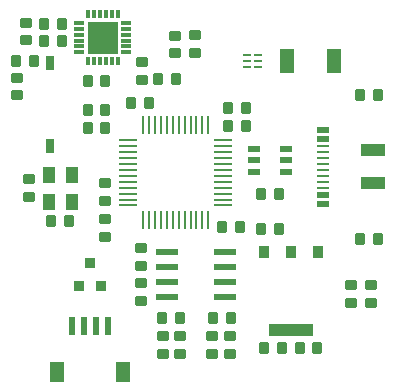
<source format=gbr>
%TF.GenerationSoftware,Altium Limited,Altium Designer,24.1.2 (44)*%
G04 Layer_Color=8421504*
%FSLAX45Y45*%
%MOMM*%
%TF.SameCoordinates,257A8DD5-596B-45CF-B8F4-21FB4E0B7711*%
%TF.FilePolarity,Positive*%
%TF.FileFunction,Paste,Top*%
%TF.Part,Single*%
G01*
G75*
%TA.AperFunction,SMDPad,CuDef*%
%ADD10R,0.65000X0.25000*%
%ADD11R,1.27000X2.10000*%
%ADD12R,3.81000X1.06680*%
%ADD13R,0.91440X1.06680*%
%TA.AperFunction,ConnectorPad*%
%ADD14R,1.00000X0.52000*%
%ADD15R,1.00000X0.27000*%
%ADD16R,2.00000X1.00000*%
%TA.AperFunction,SMDPad,CuDef*%
%ADD17R,0.84000X0.84000*%
%ADD18R,0.90000X0.84000*%
%ADD19R,0.80000X1.20000*%
G04:AMPARAMS|DCode=20|XSize=0.8mm|YSize=1mm|CornerRadius=0.1mm|HoleSize=0mm|Usage=FLASHONLY|Rotation=90.000|XOffset=0mm|YOffset=0mm|HoleType=Round|Shape=RoundedRectangle|*
%AMROUNDEDRECTD20*
21,1,0.80000,0.80000,0,0,90.0*
21,1,0.60000,1.00000,0,0,90.0*
1,1,0.20000,0.40000,0.30000*
1,1,0.20000,0.40000,-0.30000*
1,1,0.20000,-0.40000,-0.30000*
1,1,0.20000,-0.40000,0.30000*
%
%ADD20ROUNDEDRECTD20*%
G04:AMPARAMS|DCode=21|XSize=0.8mm|YSize=1mm|CornerRadius=0.1mm|HoleSize=0mm|Usage=FLASHONLY|Rotation=0.000|XOffset=0mm|YOffset=0mm|HoleType=Round|Shape=RoundedRectangle|*
%AMROUNDEDRECTD21*
21,1,0.80000,0.80000,0,0,0.0*
21,1,0.60000,1.00000,0,0,0.0*
1,1,0.20000,0.30000,-0.40000*
1,1,0.20000,-0.30000,-0.40000*
1,1,0.20000,-0.30000,0.40000*
1,1,0.20000,0.30000,0.40000*
%
%ADD21ROUNDEDRECTD21*%
%ADD22O,1.55000X0.25000*%
%ADD23O,0.25000X1.55000*%
%ADD24R,1.98000X0.53000*%
%ADD25R,0.35000X0.80000*%
%ADD26R,0.85000X0.35000*%
%ADD27R,2.60000X2.70000*%
G04:AMPARAMS|DCode=28|XSize=1.3mm|YSize=1.1mm|CornerRadius=0.055mm|HoleSize=0mm|Usage=FLASHONLY|Rotation=270.000|XOffset=0mm|YOffset=0mm|HoleType=Round|Shape=RoundedRectangle|*
%AMROUNDEDRECTD28*
21,1,1.30000,0.99000,0,0,270.0*
21,1,1.19000,1.10000,0,0,270.0*
1,1,0.11000,-0.49500,-0.59500*
1,1,0.11000,-0.49500,0.59500*
1,1,0.11000,0.49500,0.59500*
1,1,0.11000,0.49500,-0.59500*
%
%ADD28ROUNDEDRECTD28*%
%ADD29R,0.97790X0.55880*%
%TA.AperFunction,ConnectorPad*%
%ADD30R,0.60000X1.55000*%
%ADD31R,1.20000X1.80000*%
D10*
X11026900Y9028900D02*
D03*
Y8978900D02*
D03*
Y8928900D02*
D03*
X11121900D02*
D03*
Y8978900D02*
D03*
Y9028900D02*
D03*
D11*
X11768200Y8978900D02*
D03*
X11371200D02*
D03*
D12*
X11403700Y6703500D02*
D03*
D13*
X11174700Y7362500D02*
D03*
X11403700D02*
D03*
X11632700D02*
D03*
D14*
X11673700Y7775500D02*
D03*
Y7850500D02*
D03*
Y8320500D02*
D03*
Y8395500D02*
D03*
D15*
Y7910500D02*
D03*
Y7960500D02*
D03*
Y8010500D02*
D03*
Y8060500D02*
D03*
Y8110500D02*
D03*
Y8160500D02*
D03*
Y8210500D02*
D03*
Y8260500D02*
D03*
D16*
X12093700Y7945500D02*
D03*
Y8225500D02*
D03*
D17*
X9605173Y7075337D02*
D03*
X9699173Y7275337D02*
D03*
D18*
X9793173Y7075337D02*
D03*
D19*
X9363700Y8263000D02*
D03*
Y8963000D02*
D03*
D20*
X9181579Y7979555D02*
D03*
Y7829555D02*
D03*
X9823700Y7795500D02*
D03*
Y7945500D02*
D03*
Y7495500D02*
D03*
Y7645500D02*
D03*
X10141200Y8975500D02*
D03*
Y8825500D02*
D03*
X11911200Y6935500D02*
D03*
Y7085500D02*
D03*
X10466200Y6650500D02*
D03*
Y6500500D02*
D03*
X10886200Y6650500D02*
D03*
Y6500500D02*
D03*
X10416200Y9048000D02*
D03*
Y9198000D02*
D03*
X9161200Y9158000D02*
D03*
Y9308000D02*
D03*
X9083700Y8840500D02*
D03*
Y8690500D02*
D03*
X10136200Y7400500D02*
D03*
Y7250500D02*
D03*
X10136200Y6950500D02*
D03*
Y7100500D02*
D03*
X12078700Y7085500D02*
D03*
Y6935500D02*
D03*
X10316200Y6500500D02*
D03*
Y6650500D02*
D03*
X10736200Y6500500D02*
D03*
Y6650500D02*
D03*
X10588700Y9200500D02*
D03*
Y9050500D02*
D03*
D21*
X9521445Y7630106D02*
D03*
X9371445D02*
D03*
X9076200Y8985500D02*
D03*
X9226200D02*
D03*
X10890306Y6807147D02*
D03*
X10740306D02*
D03*
X11301200Y7558000D02*
D03*
X11151200D02*
D03*
X11476200Y6550500D02*
D03*
X11626200D02*
D03*
X11326200D02*
D03*
X11176200D02*
D03*
X10308700Y6808000D02*
D03*
X10458700D02*
D03*
X10818700Y7575500D02*
D03*
X10968700D02*
D03*
X10051200Y8628000D02*
D03*
X10201200D02*
D03*
X10871200Y8428000D02*
D03*
X11021200D02*
D03*
X9831200Y8568000D02*
D03*
X9681200D02*
D03*
X9831200Y8418000D02*
D03*
X9681200D02*
D03*
X10871200Y8588000D02*
D03*
X11021200D02*
D03*
X9461200Y9155500D02*
D03*
X9311200D02*
D03*
X9461200Y9298000D02*
D03*
X9311200D02*
D03*
X9831200Y8810500D02*
D03*
X9681200D02*
D03*
X11989800Y7475700D02*
D03*
X12139800D02*
D03*
X11989800Y8694900D02*
D03*
X12139800D02*
D03*
X10426200Y8833000D02*
D03*
X10276200D02*
D03*
X11301600Y7856700D02*
D03*
X11151600D02*
D03*
D22*
X10024000Y8309500D02*
D03*
Y8259500D02*
D03*
Y8209500D02*
D03*
Y8159500D02*
D03*
Y8109500D02*
D03*
Y8059500D02*
D03*
Y8009500D02*
D03*
Y7959500D02*
D03*
Y7909500D02*
D03*
Y7859500D02*
D03*
Y7809500D02*
D03*
Y7759500D02*
D03*
X10829000D02*
D03*
Y7809500D02*
D03*
Y7859500D02*
D03*
Y7909500D02*
D03*
Y7959500D02*
D03*
Y8009500D02*
D03*
Y8059500D02*
D03*
Y8109500D02*
D03*
Y8159500D02*
D03*
Y8209500D02*
D03*
Y8259500D02*
D03*
Y8309500D02*
D03*
D23*
X10151500Y7632000D02*
D03*
X10201500D02*
D03*
X10251500D02*
D03*
X10301500D02*
D03*
X10351500D02*
D03*
X10401500D02*
D03*
X10451500D02*
D03*
X10501500D02*
D03*
X10551500D02*
D03*
X10601500D02*
D03*
X10651500D02*
D03*
X10701500D02*
D03*
Y8437000D02*
D03*
X10651500D02*
D03*
X10601500D02*
D03*
X10551500D02*
D03*
X10501500D02*
D03*
X10451500D02*
D03*
X10401500D02*
D03*
X10351500D02*
D03*
X10301500D02*
D03*
X10251500D02*
D03*
X10201500D02*
D03*
X10151500D02*
D03*
D24*
X10842330Y6988209D02*
D03*
Y7115209D02*
D03*
Y7242208D02*
D03*
Y7369209D02*
D03*
X10349330D02*
D03*
Y7242208D02*
D03*
Y7115209D02*
D03*
Y6988209D02*
D03*
D25*
X9933700Y9380500D02*
D03*
X9883700D02*
D03*
X9833700D02*
D03*
X9783700D02*
D03*
X9733700D02*
D03*
X9683700D02*
D03*
X9933700Y8980500D02*
D03*
X9883700D02*
D03*
X9833700D02*
D03*
X9783700D02*
D03*
X9733700D02*
D03*
X9683700D02*
D03*
D26*
X9611200Y9305500D02*
D03*
Y9255500D02*
D03*
Y9205500D02*
D03*
Y9155500D02*
D03*
Y9105500D02*
D03*
Y9055500D02*
D03*
X10006200Y9305500D02*
D03*
Y9255500D02*
D03*
Y9205500D02*
D03*
Y9155500D02*
D03*
Y9105500D02*
D03*
Y9055500D02*
D03*
D27*
X9808700Y9180500D02*
D03*
D28*
X9543800Y8014400D02*
D03*
X9353800D02*
D03*
X9543800Y7784400D02*
D03*
X9353800D02*
D03*
D29*
X11090275Y8045700D02*
D03*
Y8140700D02*
D03*
Y8235700D02*
D03*
X11363325D02*
D03*
Y8140700D02*
D03*
Y8045700D02*
D03*
D30*
X9849173Y6736275D02*
D03*
X9749173D02*
D03*
X9649173D02*
D03*
X9549173D02*
D03*
D31*
X9419173Y6348775D02*
D03*
X9979173D02*
D03*
%TF.MD5,d3b502555993c7adc7d3f8475eb21f50*%
M02*

</source>
